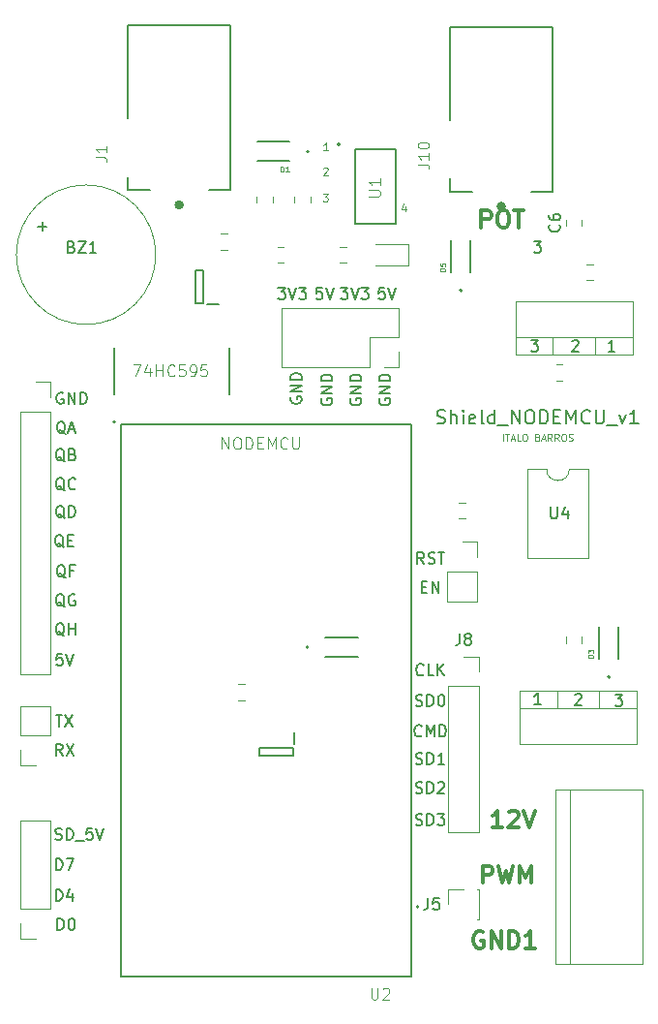
<source format=gbr>
%TF.GenerationSoftware,KiCad,Pcbnew,(5.1.6)-1*%
%TF.CreationDate,2020-07-29T01:03:22-03:00*%
%TF.ProjectId,placa_desenvolvimento,706c6163-615f-4646-9573-656e766f6c76,rev?*%
%TF.SameCoordinates,Original*%
%TF.FileFunction,Legend,Top*%
%TF.FilePolarity,Positive*%
%FSLAX46Y46*%
G04 Gerber Fmt 4.6, Leading zero omitted, Abs format (unit mm)*
G04 Created by KiCad (PCBNEW (5.1.6)-1) date 2020-07-29 01:03:22*
%MOMM*%
%LPD*%
G01*
G04 APERTURE LIST*
%ADD10C,0.100000*%
%ADD11C,0.200000*%
%ADD12C,0.150000*%
%ADD13C,0.300000*%
%ADD14C,0.120000*%
%ADD15C,0.400000*%
%ADD16C,0.127000*%
%ADD17C,0.203200*%
%ADD18C,0.015000*%
%ADD19C,0.050000*%
G04 APERTURE END LIST*
D10*
X55645428Y-54373428D02*
X55645428Y-53773428D01*
X55845428Y-53773428D02*
X56188285Y-53773428D01*
X56016857Y-54373428D02*
X56016857Y-53773428D01*
X56359714Y-54202000D02*
X56645428Y-54202000D01*
X56302571Y-54373428D02*
X56502571Y-53773428D01*
X56702571Y-54373428D01*
X57188285Y-54373428D02*
X56902571Y-54373428D01*
X56902571Y-53773428D01*
X57502571Y-53773428D02*
X57616857Y-53773428D01*
X57674000Y-53802000D01*
X57731142Y-53859142D01*
X57759714Y-53973428D01*
X57759714Y-54173428D01*
X57731142Y-54287714D01*
X57674000Y-54344857D01*
X57616857Y-54373428D01*
X57502571Y-54373428D01*
X57445428Y-54344857D01*
X57388285Y-54287714D01*
X57359714Y-54173428D01*
X57359714Y-53973428D01*
X57388285Y-53859142D01*
X57445428Y-53802000D01*
X57502571Y-53773428D01*
X58674000Y-54059142D02*
X58759714Y-54087714D01*
X58788285Y-54116285D01*
X58816857Y-54173428D01*
X58816857Y-54259142D01*
X58788285Y-54316285D01*
X58759714Y-54344857D01*
X58702571Y-54373428D01*
X58474000Y-54373428D01*
X58474000Y-53773428D01*
X58674000Y-53773428D01*
X58731142Y-53802000D01*
X58759714Y-53830571D01*
X58788285Y-53887714D01*
X58788285Y-53944857D01*
X58759714Y-54002000D01*
X58731142Y-54030571D01*
X58674000Y-54059142D01*
X58474000Y-54059142D01*
X59045428Y-54202000D02*
X59331142Y-54202000D01*
X58988285Y-54373428D02*
X59188285Y-53773428D01*
X59388285Y-54373428D01*
X59931142Y-54373428D02*
X59731142Y-54087714D01*
X59588285Y-54373428D02*
X59588285Y-53773428D01*
X59816857Y-53773428D01*
X59874000Y-53802000D01*
X59902571Y-53830571D01*
X59931142Y-53887714D01*
X59931142Y-53973428D01*
X59902571Y-54030571D01*
X59874000Y-54059142D01*
X59816857Y-54087714D01*
X59588285Y-54087714D01*
X60531142Y-54373428D02*
X60331142Y-54087714D01*
X60188285Y-54373428D02*
X60188285Y-53773428D01*
X60416857Y-53773428D01*
X60474000Y-53802000D01*
X60502571Y-53830571D01*
X60531142Y-53887714D01*
X60531142Y-53973428D01*
X60502571Y-54030571D01*
X60474000Y-54059142D01*
X60416857Y-54087714D01*
X60188285Y-54087714D01*
X60902571Y-53773428D02*
X61016857Y-53773428D01*
X61074000Y-53802000D01*
X61131142Y-53859142D01*
X61159714Y-53973428D01*
X61159714Y-54173428D01*
X61131142Y-54287714D01*
X61074000Y-54344857D01*
X61016857Y-54373428D01*
X60902571Y-54373428D01*
X60845428Y-54344857D01*
X60788285Y-54287714D01*
X60759714Y-54173428D01*
X60759714Y-53973428D01*
X60788285Y-53859142D01*
X60845428Y-53802000D01*
X60902571Y-53773428D01*
X61388285Y-54344857D02*
X61474000Y-54373428D01*
X61616857Y-54373428D01*
X61674000Y-54344857D01*
X61702571Y-54316285D01*
X61731142Y-54259142D01*
X61731142Y-54202000D01*
X61702571Y-54144857D01*
X61674000Y-54116285D01*
X61616857Y-54087714D01*
X61502571Y-54059142D01*
X61445428Y-54030571D01*
X61416857Y-54002000D01*
X61388285Y-53944857D01*
X61388285Y-53887714D01*
X61416857Y-53830571D01*
X61445428Y-53802000D01*
X61502571Y-53773428D01*
X61645428Y-53773428D01*
X61731142Y-53802000D01*
D11*
X49873999Y-52809714D02*
X50045428Y-52866857D01*
X50331142Y-52866857D01*
X50445428Y-52809714D01*
X50502571Y-52752571D01*
X50559714Y-52638285D01*
X50559714Y-52524000D01*
X50502571Y-52409714D01*
X50445428Y-52352571D01*
X50331142Y-52295428D01*
X50102571Y-52238285D01*
X49988285Y-52181142D01*
X49931142Y-52124000D01*
X49873999Y-52009714D01*
X49873999Y-51895428D01*
X49931142Y-51781142D01*
X49988285Y-51724000D01*
X50102571Y-51666857D01*
X50388285Y-51666857D01*
X50559714Y-51724000D01*
X51073999Y-52866857D02*
X51073999Y-51666857D01*
X51588285Y-52866857D02*
X51588285Y-52238285D01*
X51531142Y-52124000D01*
X51416857Y-52066857D01*
X51245428Y-52066857D01*
X51131142Y-52124000D01*
X51073999Y-52181142D01*
X52159714Y-52866857D02*
X52159714Y-52066857D01*
X52159714Y-51666857D02*
X52102571Y-51724000D01*
X52159714Y-51781142D01*
X52216857Y-51724000D01*
X52159714Y-51666857D01*
X52159714Y-51781142D01*
X53188285Y-52809714D02*
X53073999Y-52866857D01*
X52845428Y-52866857D01*
X52731142Y-52809714D01*
X52673999Y-52695428D01*
X52673999Y-52238285D01*
X52731142Y-52124000D01*
X52845428Y-52066857D01*
X53073999Y-52066857D01*
X53188285Y-52124000D01*
X53245428Y-52238285D01*
X53245428Y-52352571D01*
X52673999Y-52466857D01*
X53931142Y-52866857D02*
X53816857Y-52809714D01*
X53759714Y-52695428D01*
X53759714Y-51666857D01*
X54902571Y-52866857D02*
X54902571Y-51666857D01*
X54902571Y-52809714D02*
X54788285Y-52866857D01*
X54559714Y-52866857D01*
X54445428Y-52809714D01*
X54388285Y-52752571D01*
X54331142Y-52638285D01*
X54331142Y-52295428D01*
X54388285Y-52181142D01*
X54445428Y-52124000D01*
X54559714Y-52066857D01*
X54788285Y-52066857D01*
X54902571Y-52124000D01*
X55188285Y-52981142D02*
X56102571Y-52981142D01*
X56388285Y-52866857D02*
X56388285Y-51666857D01*
X57073999Y-52866857D01*
X57073999Y-51666857D01*
X57873999Y-51666857D02*
X58102571Y-51666857D01*
X58216857Y-51724000D01*
X58331142Y-51838285D01*
X58388285Y-52066857D01*
X58388285Y-52466857D01*
X58331142Y-52695428D01*
X58216857Y-52809714D01*
X58102571Y-52866857D01*
X57873999Y-52866857D01*
X57759714Y-52809714D01*
X57645428Y-52695428D01*
X57588285Y-52466857D01*
X57588285Y-52066857D01*
X57645428Y-51838285D01*
X57759714Y-51724000D01*
X57873999Y-51666857D01*
X58902571Y-52866857D02*
X58902571Y-51666857D01*
X59188285Y-51666857D01*
X59359714Y-51724000D01*
X59473999Y-51838285D01*
X59531142Y-51952571D01*
X59588285Y-52181142D01*
X59588285Y-52352571D01*
X59531142Y-52581142D01*
X59473999Y-52695428D01*
X59359714Y-52809714D01*
X59188285Y-52866857D01*
X58902571Y-52866857D01*
X60102571Y-52238285D02*
X60502571Y-52238285D01*
X60673999Y-52866857D02*
X60102571Y-52866857D01*
X60102571Y-51666857D01*
X60673999Y-51666857D01*
X61188285Y-52866857D02*
X61188285Y-51666857D01*
X61588285Y-52524000D01*
X61988285Y-51666857D01*
X61988285Y-52866857D01*
X63245428Y-52752571D02*
X63188285Y-52809714D01*
X63016857Y-52866857D01*
X62902571Y-52866857D01*
X62731142Y-52809714D01*
X62616857Y-52695428D01*
X62559714Y-52581142D01*
X62502571Y-52352571D01*
X62502571Y-52181142D01*
X62559714Y-51952571D01*
X62616857Y-51838285D01*
X62731142Y-51724000D01*
X62902571Y-51666857D01*
X63016857Y-51666857D01*
X63188285Y-51724000D01*
X63245428Y-51781142D01*
X63759714Y-51666857D02*
X63759714Y-52638285D01*
X63816857Y-52752571D01*
X63873999Y-52809714D01*
X63988285Y-52866857D01*
X64216857Y-52866857D01*
X64331142Y-52809714D01*
X64388285Y-52752571D01*
X64445428Y-52638285D01*
X64445428Y-51666857D01*
X64731142Y-52981142D02*
X65645428Y-52981142D01*
X65816857Y-52066857D02*
X66102571Y-52866857D01*
X66388285Y-52066857D01*
X67474000Y-52866857D02*
X66788285Y-52866857D01*
X67131142Y-52866857D02*
X67131142Y-51666857D01*
X67016857Y-51838285D01*
X66902571Y-51952571D01*
X66788285Y-52009714D01*
D12*
X58086666Y-45553380D02*
X58705714Y-45553380D01*
X58372380Y-45934333D01*
X58515238Y-45934333D01*
X58610476Y-45981952D01*
X58658095Y-46029571D01*
X58705714Y-46124809D01*
X58705714Y-46362904D01*
X58658095Y-46458142D01*
X58610476Y-46505761D01*
X58515238Y-46553380D01*
X58229523Y-46553380D01*
X58134285Y-46505761D01*
X58086666Y-46458142D01*
D13*
X53749000Y-35730571D02*
X53749000Y-34230571D01*
X54320428Y-34230571D01*
X54463285Y-34302000D01*
X54534714Y-34373428D01*
X54606142Y-34516285D01*
X54606142Y-34730571D01*
X54534714Y-34873428D01*
X54463285Y-34944857D01*
X54320428Y-35016285D01*
X53749000Y-35016285D01*
X55534714Y-34230571D02*
X55820428Y-34230571D01*
X55963285Y-34302000D01*
X56106142Y-34444857D01*
X56177571Y-34730571D01*
X56177571Y-35230571D01*
X56106142Y-35516285D01*
X55963285Y-35659142D01*
X55820428Y-35730571D01*
X55534714Y-35730571D01*
X55391857Y-35659142D01*
X55249000Y-35516285D01*
X55177571Y-35230571D01*
X55177571Y-34730571D01*
X55249000Y-34444857D01*
X55391857Y-34302000D01*
X55534714Y-34230571D01*
X56606142Y-34230571D02*
X57463285Y-34230571D01*
X57034714Y-35730571D02*
X57034714Y-34230571D01*
D12*
X17279952Y-58713619D02*
X17184714Y-58666000D01*
X17089476Y-58570761D01*
X16946619Y-58427904D01*
X16851380Y-58380285D01*
X16756142Y-58380285D01*
X16803761Y-58618380D02*
X16708523Y-58570761D01*
X16613285Y-58475523D01*
X16565666Y-58285047D01*
X16565666Y-57951714D01*
X16613285Y-57761238D01*
X16708523Y-57666000D01*
X16803761Y-57618380D01*
X16994238Y-57618380D01*
X17089476Y-57666000D01*
X17184714Y-57761238D01*
X17232333Y-57951714D01*
X17232333Y-58285047D01*
X17184714Y-58475523D01*
X17089476Y-58570761D01*
X16994238Y-58618380D01*
X16803761Y-58618380D01*
X18232333Y-58523142D02*
X18184714Y-58570761D01*
X18041857Y-58618380D01*
X17946619Y-58618380D01*
X17803761Y-58570761D01*
X17708523Y-58475523D01*
X17660904Y-58380285D01*
X17613285Y-58189809D01*
X17613285Y-58046952D01*
X17660904Y-57856476D01*
X17708523Y-57761238D01*
X17803761Y-57666000D01*
X17946619Y-57618380D01*
X18041857Y-57618380D01*
X18184714Y-57666000D01*
X18232333Y-57713619D01*
X58340666Y-36917380D02*
X58959714Y-36917380D01*
X58626380Y-37298333D01*
X58769238Y-37298333D01*
X58864476Y-37345952D01*
X58912095Y-37393571D01*
X58959714Y-37488809D01*
X58959714Y-37726904D01*
X58912095Y-37822142D01*
X58864476Y-37869761D01*
X58769238Y-37917380D01*
X58483523Y-37917380D01*
X58388285Y-37869761D01*
X58340666Y-37822142D01*
X61690285Y-45648619D02*
X61737904Y-45601000D01*
X61833142Y-45553380D01*
X62071238Y-45553380D01*
X62166476Y-45601000D01*
X62214095Y-45648619D01*
X62261714Y-45743857D01*
X62261714Y-45839095D01*
X62214095Y-45981952D01*
X61642666Y-46553380D01*
X62261714Y-46553380D01*
X65436714Y-46553380D02*
X64865285Y-46553380D01*
X65151000Y-46553380D02*
X65151000Y-45553380D01*
X65055761Y-45696238D01*
X64960523Y-45791476D01*
X64865285Y-45839095D01*
X58959714Y-77414380D02*
X58388285Y-77414380D01*
X58674000Y-77414380D02*
X58674000Y-76414380D01*
X58578761Y-76557238D01*
X58483523Y-76652476D01*
X58388285Y-76700095D01*
X65452666Y-76541380D02*
X66071714Y-76541380D01*
X65738380Y-76922333D01*
X65881238Y-76922333D01*
X65976476Y-76969952D01*
X66024095Y-77017571D01*
X66071714Y-77112809D01*
X66071714Y-77350904D01*
X66024095Y-77446142D01*
X65976476Y-77493761D01*
X65881238Y-77541380D01*
X65595523Y-77541380D01*
X65500285Y-77493761D01*
X65452666Y-77446142D01*
X17145095Y-50173000D02*
X17049857Y-50125380D01*
X16907000Y-50125380D01*
X16764142Y-50173000D01*
X16668904Y-50268238D01*
X16621285Y-50363476D01*
X16573666Y-50553952D01*
X16573666Y-50696809D01*
X16621285Y-50887285D01*
X16668904Y-50982523D01*
X16764142Y-51077761D01*
X16907000Y-51125380D01*
X17002238Y-51125380D01*
X17145095Y-51077761D01*
X17192714Y-51030142D01*
X17192714Y-50696809D01*
X17002238Y-50696809D01*
X17621285Y-51125380D02*
X17621285Y-50125380D01*
X18192714Y-51125380D01*
X18192714Y-50125380D01*
X18668904Y-51125380D02*
X18668904Y-50125380D01*
X18907000Y-50125380D01*
X19049857Y-50173000D01*
X19145095Y-50268238D01*
X19192714Y-50363476D01*
X19240333Y-50553952D01*
X19240333Y-50696809D01*
X19192714Y-50887285D01*
X19145095Y-50982523D01*
X19049857Y-51077761D01*
X18907000Y-51125380D01*
X18668904Y-51125380D01*
X41433904Y-40981380D02*
X42052952Y-40981380D01*
X41719619Y-41362333D01*
X41862476Y-41362333D01*
X41957714Y-41409952D01*
X42005333Y-41457571D01*
X42052952Y-41552809D01*
X42052952Y-41790904D01*
X42005333Y-41886142D01*
X41957714Y-41933761D01*
X41862476Y-41981380D01*
X41576761Y-41981380D01*
X41481523Y-41933761D01*
X41433904Y-41886142D01*
X42338666Y-40981380D02*
X42672000Y-41981380D01*
X43005333Y-40981380D01*
X43243428Y-40981380D02*
X43862476Y-40981380D01*
X43529142Y-41362333D01*
X43672000Y-41362333D01*
X43767238Y-41409952D01*
X43814857Y-41457571D01*
X43862476Y-41552809D01*
X43862476Y-41790904D01*
X43814857Y-41886142D01*
X43767238Y-41933761D01*
X43672000Y-41981380D01*
X43386285Y-41981380D01*
X43291047Y-41933761D01*
X43243428Y-41886142D01*
X45275523Y-40981380D02*
X44799333Y-40981380D01*
X44751714Y-41457571D01*
X44799333Y-41409952D01*
X44894571Y-41362333D01*
X45132666Y-41362333D01*
X45227904Y-41409952D01*
X45275523Y-41457571D01*
X45323142Y-41552809D01*
X45323142Y-41790904D01*
X45275523Y-41886142D01*
X45227904Y-41933761D01*
X45132666Y-41981380D01*
X44894571Y-41981380D01*
X44799333Y-41933761D01*
X44751714Y-41886142D01*
X45608857Y-40981380D02*
X45942190Y-41981380D01*
X46275523Y-40981380D01*
X39814523Y-40981380D02*
X39338333Y-40981380D01*
X39290714Y-41457571D01*
X39338333Y-41409952D01*
X39433571Y-41362333D01*
X39671666Y-41362333D01*
X39766904Y-41409952D01*
X39814523Y-41457571D01*
X39862142Y-41552809D01*
X39862142Y-41790904D01*
X39814523Y-41886142D01*
X39766904Y-41933761D01*
X39671666Y-41981380D01*
X39433571Y-41981380D01*
X39338333Y-41933761D01*
X39290714Y-41886142D01*
X40147857Y-40981380D02*
X40481190Y-41981380D01*
X40814523Y-40981380D01*
X35972904Y-40981380D02*
X36591952Y-40981380D01*
X36258619Y-41362333D01*
X36401476Y-41362333D01*
X36496714Y-41409952D01*
X36544333Y-41457571D01*
X36591952Y-41552809D01*
X36591952Y-41790904D01*
X36544333Y-41886142D01*
X36496714Y-41933761D01*
X36401476Y-41981380D01*
X36115761Y-41981380D01*
X36020523Y-41933761D01*
X35972904Y-41886142D01*
X36877666Y-40981380D02*
X37211000Y-41981380D01*
X37544333Y-40981380D01*
X37782428Y-40981380D02*
X38401476Y-40981380D01*
X38068142Y-41362333D01*
X38211000Y-41362333D01*
X38306238Y-41409952D01*
X38353857Y-41457571D01*
X38401476Y-41552809D01*
X38401476Y-41790904D01*
X38353857Y-41886142D01*
X38306238Y-41933761D01*
X38211000Y-41981380D01*
X37925285Y-41981380D01*
X37830047Y-41933761D01*
X37782428Y-41886142D01*
X44839000Y-50672904D02*
X44791380Y-50768142D01*
X44791380Y-50911000D01*
X44839000Y-51053857D01*
X44934238Y-51149095D01*
X45029476Y-51196714D01*
X45219952Y-51244333D01*
X45362809Y-51244333D01*
X45553285Y-51196714D01*
X45648523Y-51149095D01*
X45743761Y-51053857D01*
X45791380Y-50911000D01*
X45791380Y-50815761D01*
X45743761Y-50672904D01*
X45696142Y-50625285D01*
X45362809Y-50625285D01*
X45362809Y-50815761D01*
X45791380Y-50196714D02*
X44791380Y-50196714D01*
X45791380Y-49625285D01*
X44791380Y-49625285D01*
X45791380Y-49149095D02*
X44791380Y-49149095D01*
X44791380Y-48911000D01*
X44839000Y-48768142D01*
X44934238Y-48672904D01*
X45029476Y-48625285D01*
X45219952Y-48577666D01*
X45362809Y-48577666D01*
X45553285Y-48625285D01*
X45648523Y-48672904D01*
X45743761Y-48768142D01*
X45791380Y-48911000D01*
X45791380Y-49149095D01*
X42299000Y-50672904D02*
X42251380Y-50768142D01*
X42251380Y-50911000D01*
X42299000Y-51053857D01*
X42394238Y-51149095D01*
X42489476Y-51196714D01*
X42679952Y-51244333D01*
X42822809Y-51244333D01*
X43013285Y-51196714D01*
X43108523Y-51149095D01*
X43203761Y-51053857D01*
X43251380Y-50911000D01*
X43251380Y-50815761D01*
X43203761Y-50672904D01*
X43156142Y-50625285D01*
X42822809Y-50625285D01*
X42822809Y-50815761D01*
X43251380Y-50196714D02*
X42251380Y-50196714D01*
X43251380Y-49625285D01*
X42251380Y-49625285D01*
X43251380Y-49149095D02*
X42251380Y-49149095D01*
X42251380Y-48911000D01*
X42299000Y-48768142D01*
X42394238Y-48672904D01*
X42489476Y-48625285D01*
X42679952Y-48577666D01*
X42822809Y-48577666D01*
X43013285Y-48625285D01*
X43108523Y-48672904D01*
X43203761Y-48768142D01*
X43251380Y-48911000D01*
X43251380Y-49149095D01*
X39759000Y-50672904D02*
X39711380Y-50768142D01*
X39711380Y-50911000D01*
X39759000Y-51053857D01*
X39854238Y-51149095D01*
X39949476Y-51196714D01*
X40139952Y-51244333D01*
X40282809Y-51244333D01*
X40473285Y-51196714D01*
X40568523Y-51149095D01*
X40663761Y-51053857D01*
X40711380Y-50911000D01*
X40711380Y-50815761D01*
X40663761Y-50672904D01*
X40616142Y-50625285D01*
X40282809Y-50625285D01*
X40282809Y-50815761D01*
X40711380Y-50196714D02*
X39711380Y-50196714D01*
X40711380Y-49625285D01*
X39711380Y-49625285D01*
X40711380Y-49149095D02*
X39711380Y-49149095D01*
X39711380Y-48911000D01*
X39759000Y-48768142D01*
X39854238Y-48672904D01*
X39949476Y-48625285D01*
X40139952Y-48577666D01*
X40282809Y-48577666D01*
X40473285Y-48625285D01*
X40568523Y-48672904D01*
X40663761Y-48768142D01*
X40711380Y-48911000D01*
X40711380Y-49149095D01*
X37092000Y-50545904D02*
X37044380Y-50641142D01*
X37044380Y-50784000D01*
X37092000Y-50926857D01*
X37187238Y-51022095D01*
X37282476Y-51069714D01*
X37472952Y-51117333D01*
X37615809Y-51117333D01*
X37806285Y-51069714D01*
X37901523Y-51022095D01*
X37996761Y-50926857D01*
X38044380Y-50784000D01*
X38044380Y-50688761D01*
X37996761Y-50545904D01*
X37949142Y-50498285D01*
X37615809Y-50498285D01*
X37615809Y-50688761D01*
X38044380Y-50069714D02*
X37044380Y-50069714D01*
X38044380Y-49498285D01*
X37044380Y-49498285D01*
X38044380Y-49022095D02*
X37044380Y-49022095D01*
X37044380Y-48784000D01*
X37092000Y-48641142D01*
X37187238Y-48545904D01*
X37282476Y-48498285D01*
X37472952Y-48450666D01*
X37615809Y-48450666D01*
X37806285Y-48498285D01*
X37901523Y-48545904D01*
X37996761Y-48641142D01*
X38044380Y-48784000D01*
X38044380Y-49022095D01*
X17351380Y-53760619D02*
X17256142Y-53713000D01*
X17160904Y-53617761D01*
X17018047Y-53474904D01*
X16922809Y-53427285D01*
X16827571Y-53427285D01*
X16875190Y-53665380D02*
X16779952Y-53617761D01*
X16684714Y-53522523D01*
X16637095Y-53332047D01*
X16637095Y-52998714D01*
X16684714Y-52808238D01*
X16779952Y-52713000D01*
X16875190Y-52665380D01*
X17065666Y-52665380D01*
X17160904Y-52713000D01*
X17256142Y-52808238D01*
X17303761Y-52998714D01*
X17303761Y-53332047D01*
X17256142Y-53522523D01*
X17160904Y-53617761D01*
X17065666Y-53665380D01*
X16875190Y-53665380D01*
X17684714Y-53379666D02*
X18160904Y-53379666D01*
X17589476Y-53665380D02*
X17922809Y-52665380D01*
X18256142Y-53665380D01*
X17279952Y-56173619D02*
X17184714Y-56126000D01*
X17089476Y-56030761D01*
X16946619Y-55887904D01*
X16851380Y-55840285D01*
X16756142Y-55840285D01*
X16803761Y-56078380D02*
X16708523Y-56030761D01*
X16613285Y-55935523D01*
X16565666Y-55745047D01*
X16565666Y-55411714D01*
X16613285Y-55221238D01*
X16708523Y-55126000D01*
X16803761Y-55078380D01*
X16994238Y-55078380D01*
X17089476Y-55126000D01*
X17184714Y-55221238D01*
X17232333Y-55411714D01*
X17232333Y-55745047D01*
X17184714Y-55935523D01*
X17089476Y-56030761D01*
X16994238Y-56078380D01*
X16803761Y-56078380D01*
X17994238Y-55554571D02*
X18137095Y-55602190D01*
X18184714Y-55649809D01*
X18232333Y-55745047D01*
X18232333Y-55887904D01*
X18184714Y-55983142D01*
X18137095Y-56030761D01*
X18041857Y-56078380D01*
X17660904Y-56078380D01*
X17660904Y-55078380D01*
X17994238Y-55078380D01*
X18089476Y-55126000D01*
X18137095Y-55173619D01*
X18184714Y-55268857D01*
X18184714Y-55364095D01*
X18137095Y-55459333D01*
X18089476Y-55506952D01*
X17994238Y-55554571D01*
X17660904Y-55554571D01*
X17279952Y-61126619D02*
X17184714Y-61079000D01*
X17089476Y-60983761D01*
X16946619Y-60840904D01*
X16851380Y-60793285D01*
X16756142Y-60793285D01*
X16803761Y-61031380D02*
X16708523Y-60983761D01*
X16613285Y-60888523D01*
X16565666Y-60698047D01*
X16565666Y-60364714D01*
X16613285Y-60174238D01*
X16708523Y-60079000D01*
X16803761Y-60031380D01*
X16994238Y-60031380D01*
X17089476Y-60079000D01*
X17184714Y-60174238D01*
X17232333Y-60364714D01*
X17232333Y-60698047D01*
X17184714Y-60888523D01*
X17089476Y-60983761D01*
X16994238Y-61031380D01*
X16803761Y-61031380D01*
X17660904Y-61031380D02*
X17660904Y-60031380D01*
X17899000Y-60031380D01*
X18041857Y-60079000D01*
X18137095Y-60174238D01*
X18184714Y-60269476D01*
X18232333Y-60459952D01*
X18232333Y-60602809D01*
X18184714Y-60793285D01*
X18137095Y-60888523D01*
X18041857Y-60983761D01*
X17899000Y-61031380D01*
X17660904Y-61031380D01*
X17200571Y-63666619D02*
X17105333Y-63619000D01*
X17010095Y-63523761D01*
X16867238Y-63380904D01*
X16772000Y-63333285D01*
X16676761Y-63333285D01*
X16724380Y-63571380D02*
X16629142Y-63523761D01*
X16533904Y-63428523D01*
X16486285Y-63238047D01*
X16486285Y-62904714D01*
X16533904Y-62714238D01*
X16629142Y-62619000D01*
X16724380Y-62571380D01*
X16914857Y-62571380D01*
X17010095Y-62619000D01*
X17105333Y-62714238D01*
X17152952Y-62904714D01*
X17152952Y-63238047D01*
X17105333Y-63428523D01*
X17010095Y-63523761D01*
X16914857Y-63571380D01*
X16724380Y-63571380D01*
X17581523Y-63047571D02*
X17914857Y-63047571D01*
X18057714Y-63571380D02*
X17581523Y-63571380D01*
X17581523Y-62571380D01*
X18057714Y-62571380D01*
X17351380Y-66333619D02*
X17256142Y-66286000D01*
X17160904Y-66190761D01*
X17018047Y-66047904D01*
X16922809Y-66000285D01*
X16827571Y-66000285D01*
X16875190Y-66238380D02*
X16779952Y-66190761D01*
X16684714Y-66095523D01*
X16637095Y-65905047D01*
X16637095Y-65571714D01*
X16684714Y-65381238D01*
X16779952Y-65286000D01*
X16875190Y-65238380D01*
X17065666Y-65238380D01*
X17160904Y-65286000D01*
X17256142Y-65381238D01*
X17303761Y-65571714D01*
X17303761Y-65905047D01*
X17256142Y-66095523D01*
X17160904Y-66190761D01*
X17065666Y-66238380D01*
X16875190Y-66238380D01*
X18065666Y-65714571D02*
X17732333Y-65714571D01*
X17732333Y-66238380D02*
X17732333Y-65238380D01*
X18208523Y-65238380D01*
X17279952Y-68873619D02*
X17184714Y-68826000D01*
X17089476Y-68730761D01*
X16946619Y-68587904D01*
X16851380Y-68540285D01*
X16756142Y-68540285D01*
X16803761Y-68778380D02*
X16708523Y-68730761D01*
X16613285Y-68635523D01*
X16565666Y-68445047D01*
X16565666Y-68111714D01*
X16613285Y-67921238D01*
X16708523Y-67826000D01*
X16803761Y-67778380D01*
X16994238Y-67778380D01*
X17089476Y-67826000D01*
X17184714Y-67921238D01*
X17232333Y-68111714D01*
X17232333Y-68445047D01*
X17184714Y-68635523D01*
X17089476Y-68730761D01*
X16994238Y-68778380D01*
X16803761Y-68778380D01*
X18184714Y-67826000D02*
X18089476Y-67778380D01*
X17946619Y-67778380D01*
X17803761Y-67826000D01*
X17708523Y-67921238D01*
X17660904Y-68016476D01*
X17613285Y-68206952D01*
X17613285Y-68349809D01*
X17660904Y-68540285D01*
X17708523Y-68635523D01*
X17803761Y-68730761D01*
X17946619Y-68778380D01*
X18041857Y-68778380D01*
X18184714Y-68730761D01*
X18232333Y-68683142D01*
X18232333Y-68349809D01*
X18041857Y-68349809D01*
X17256142Y-71413619D02*
X17160904Y-71366000D01*
X17065666Y-71270761D01*
X16922809Y-71127904D01*
X16827571Y-71080285D01*
X16732333Y-71080285D01*
X16779952Y-71318380D02*
X16684714Y-71270761D01*
X16589476Y-71175523D01*
X16541857Y-70985047D01*
X16541857Y-70651714D01*
X16589476Y-70461238D01*
X16684714Y-70366000D01*
X16779952Y-70318380D01*
X16970428Y-70318380D01*
X17065666Y-70366000D01*
X17160904Y-70461238D01*
X17208523Y-70651714D01*
X17208523Y-70985047D01*
X17160904Y-71175523D01*
X17065666Y-71270761D01*
X16970428Y-71318380D01*
X16779952Y-71318380D01*
X17637095Y-71318380D02*
X17637095Y-70318380D01*
X17637095Y-70794571D02*
X18208523Y-70794571D01*
X18208523Y-71318380D02*
X18208523Y-70318380D01*
X17081523Y-72985380D02*
X16605333Y-72985380D01*
X16557714Y-73461571D01*
X16605333Y-73413952D01*
X16700571Y-73366333D01*
X16938666Y-73366333D01*
X17033904Y-73413952D01*
X17081523Y-73461571D01*
X17129142Y-73556809D01*
X17129142Y-73794904D01*
X17081523Y-73890142D01*
X17033904Y-73937761D01*
X16938666Y-73985380D01*
X16700571Y-73985380D01*
X16605333Y-73937761D01*
X16557714Y-73890142D01*
X17414857Y-72985380D02*
X17748190Y-73985380D01*
X18081523Y-72985380D01*
X16510095Y-78319380D02*
X17081523Y-78319380D01*
X16795809Y-79319380D02*
X16795809Y-78319380D01*
X17319619Y-78319380D02*
X17986285Y-79319380D01*
X17986285Y-78319380D02*
X17319619Y-79319380D01*
X17105333Y-81859380D02*
X16772000Y-81383190D01*
X16533904Y-81859380D02*
X16533904Y-80859380D01*
X16914857Y-80859380D01*
X17010095Y-80907000D01*
X17057714Y-80954619D01*
X17105333Y-81049857D01*
X17105333Y-81192714D01*
X17057714Y-81287952D01*
X17010095Y-81335571D01*
X16914857Y-81383190D01*
X16533904Y-81383190D01*
X17438666Y-80859380D02*
X18105333Y-81859380D01*
X18105333Y-80859380D02*
X17438666Y-81859380D01*
X16470571Y-89177761D02*
X16613428Y-89225380D01*
X16851523Y-89225380D01*
X16946761Y-89177761D01*
X16994380Y-89130142D01*
X17042000Y-89034904D01*
X17042000Y-88939666D01*
X16994380Y-88844428D01*
X16946761Y-88796809D01*
X16851523Y-88749190D01*
X16661047Y-88701571D01*
X16565809Y-88653952D01*
X16518190Y-88606333D01*
X16470571Y-88511095D01*
X16470571Y-88415857D01*
X16518190Y-88320619D01*
X16565809Y-88273000D01*
X16661047Y-88225380D01*
X16899142Y-88225380D01*
X17042000Y-88273000D01*
X17470571Y-89225380D02*
X17470571Y-88225380D01*
X17708666Y-88225380D01*
X17851523Y-88273000D01*
X17946761Y-88368238D01*
X17994380Y-88463476D01*
X18042000Y-88653952D01*
X18042000Y-88796809D01*
X17994380Y-88987285D01*
X17946761Y-89082523D01*
X17851523Y-89177761D01*
X17708666Y-89225380D01*
X17470571Y-89225380D01*
X18232476Y-89320619D02*
X18994380Y-89320619D01*
X19708666Y-88225380D02*
X19232476Y-88225380D01*
X19184857Y-88701571D01*
X19232476Y-88653952D01*
X19327714Y-88606333D01*
X19565809Y-88606333D01*
X19661047Y-88653952D01*
X19708666Y-88701571D01*
X19756285Y-88796809D01*
X19756285Y-89034904D01*
X19708666Y-89130142D01*
X19661047Y-89177761D01*
X19565809Y-89225380D01*
X19327714Y-89225380D01*
X19232476Y-89177761D01*
X19184857Y-89130142D01*
X20042000Y-88225380D02*
X20375333Y-89225380D01*
X20708666Y-88225380D01*
X16533904Y-91892380D02*
X16533904Y-90892380D01*
X16772000Y-90892380D01*
X16914857Y-90940000D01*
X17010095Y-91035238D01*
X17057714Y-91130476D01*
X17105333Y-91320952D01*
X17105333Y-91463809D01*
X17057714Y-91654285D01*
X17010095Y-91749523D01*
X16914857Y-91844761D01*
X16772000Y-91892380D01*
X16533904Y-91892380D01*
X17438666Y-90892380D02*
X18105333Y-90892380D01*
X17676761Y-91892380D01*
X16660904Y-97099380D02*
X16660904Y-96099380D01*
X16899000Y-96099380D01*
X17041857Y-96147000D01*
X17137095Y-96242238D01*
X17184714Y-96337476D01*
X17232333Y-96527952D01*
X17232333Y-96670809D01*
X17184714Y-96861285D01*
X17137095Y-96956523D01*
X17041857Y-97051761D01*
X16899000Y-97099380D01*
X16660904Y-97099380D01*
X17851380Y-96099380D02*
X17946619Y-96099380D01*
X18041857Y-96147000D01*
X18089476Y-96194619D01*
X18137095Y-96289857D01*
X18184714Y-96480333D01*
X18184714Y-96718428D01*
X18137095Y-96908904D01*
X18089476Y-97004142D01*
X18041857Y-97051761D01*
X17946619Y-97099380D01*
X17851380Y-97099380D01*
X17756142Y-97051761D01*
X17708523Y-97004142D01*
X17660904Y-96908904D01*
X17613285Y-96718428D01*
X17613285Y-96480333D01*
X17660904Y-96289857D01*
X17708523Y-96194619D01*
X17756142Y-96147000D01*
X17851380Y-96099380D01*
X16533904Y-94559380D02*
X16533904Y-93559380D01*
X16772000Y-93559380D01*
X16914857Y-93607000D01*
X17010095Y-93702238D01*
X17057714Y-93797476D01*
X17105333Y-93987952D01*
X17105333Y-94130809D01*
X17057714Y-94321285D01*
X17010095Y-94416523D01*
X16914857Y-94511761D01*
X16772000Y-94559380D01*
X16533904Y-94559380D01*
X17962476Y-93892714D02*
X17962476Y-94559380D01*
X17724380Y-93511761D02*
X17486285Y-94226047D01*
X18105333Y-94226047D01*
X48728380Y-65095380D02*
X48395047Y-64619190D01*
X48156952Y-65095380D02*
X48156952Y-64095380D01*
X48537904Y-64095380D01*
X48633142Y-64143000D01*
X48680761Y-64190619D01*
X48728380Y-64285857D01*
X48728380Y-64428714D01*
X48680761Y-64523952D01*
X48633142Y-64571571D01*
X48537904Y-64619190D01*
X48156952Y-64619190D01*
X49109333Y-65047761D02*
X49252190Y-65095380D01*
X49490285Y-65095380D01*
X49585523Y-65047761D01*
X49633142Y-65000142D01*
X49680761Y-64904904D01*
X49680761Y-64809666D01*
X49633142Y-64714428D01*
X49585523Y-64666809D01*
X49490285Y-64619190D01*
X49299809Y-64571571D01*
X49204571Y-64523952D01*
X49156952Y-64476333D01*
X49109333Y-64381095D01*
X49109333Y-64285857D01*
X49156952Y-64190619D01*
X49204571Y-64143000D01*
X49299809Y-64095380D01*
X49537904Y-64095380D01*
X49680761Y-64143000D01*
X49966476Y-64095380D02*
X50537904Y-64095380D01*
X50252190Y-65095380D02*
X50252190Y-64095380D01*
X48537904Y-67111571D02*
X48871238Y-67111571D01*
X49014095Y-67635380D02*
X48537904Y-67635380D01*
X48537904Y-66635380D01*
X49014095Y-66635380D01*
X49442666Y-67635380D02*
X49442666Y-66635380D01*
X50014095Y-67635380D01*
X50014095Y-66635380D01*
X61944285Y-76573619D02*
X61991904Y-76526000D01*
X62087142Y-76478380D01*
X62325238Y-76478380D01*
X62420476Y-76526000D01*
X62468095Y-76573619D01*
X62515714Y-76668857D01*
X62515714Y-76764095D01*
X62468095Y-76906952D01*
X61896666Y-77478380D01*
X62515714Y-77478380D01*
D13*
X53895857Y-97294000D02*
X53753000Y-97222571D01*
X53538714Y-97222571D01*
X53324428Y-97294000D01*
X53181571Y-97436857D01*
X53110142Y-97579714D01*
X53038714Y-97865428D01*
X53038714Y-98079714D01*
X53110142Y-98365428D01*
X53181571Y-98508285D01*
X53324428Y-98651142D01*
X53538714Y-98722571D01*
X53681571Y-98722571D01*
X53895857Y-98651142D01*
X53967285Y-98579714D01*
X53967285Y-98079714D01*
X53681571Y-98079714D01*
X54610142Y-98722571D02*
X54610142Y-97222571D01*
X55467285Y-98722571D01*
X55467285Y-97222571D01*
X56181571Y-98722571D02*
X56181571Y-97222571D01*
X56538714Y-97222571D01*
X56753000Y-97294000D01*
X56895857Y-97436857D01*
X56967285Y-97579714D01*
X57038714Y-97865428D01*
X57038714Y-98079714D01*
X56967285Y-98365428D01*
X56895857Y-98508285D01*
X56753000Y-98651142D01*
X56538714Y-98722571D01*
X56181571Y-98722571D01*
X58467285Y-98722571D02*
X57610142Y-98722571D01*
X58038714Y-98722571D02*
X58038714Y-97222571D01*
X57895857Y-97436857D01*
X57753000Y-97579714D01*
X57610142Y-97651142D01*
X53899857Y-93007571D02*
X53899857Y-91507571D01*
X54471285Y-91507571D01*
X54614142Y-91579000D01*
X54685571Y-91650428D01*
X54757000Y-91793285D01*
X54757000Y-92007571D01*
X54685571Y-92150428D01*
X54614142Y-92221857D01*
X54471285Y-92293285D01*
X53899857Y-92293285D01*
X55257000Y-91507571D02*
X55614142Y-93007571D01*
X55899857Y-91936142D01*
X56185571Y-93007571D01*
X56542714Y-91507571D01*
X57114142Y-93007571D02*
X57114142Y-91507571D01*
X57614142Y-92579000D01*
X58114142Y-91507571D01*
X58114142Y-93007571D01*
X55586428Y-88181571D02*
X54729285Y-88181571D01*
X55157857Y-88181571D02*
X55157857Y-86681571D01*
X55015000Y-86895857D01*
X54872142Y-87038714D01*
X54729285Y-87110142D01*
X56157857Y-86824428D02*
X56229285Y-86753000D01*
X56372142Y-86681571D01*
X56729285Y-86681571D01*
X56872142Y-86753000D01*
X56943571Y-86824428D01*
X57015000Y-86967285D01*
X57015000Y-87110142D01*
X56943571Y-87324428D01*
X56086428Y-88181571D01*
X57015000Y-88181571D01*
X57443571Y-86681571D02*
X57943571Y-88181571D01*
X58443571Y-86681571D01*
D12*
X48680761Y-74779142D02*
X48633142Y-74826761D01*
X48490285Y-74874380D01*
X48395047Y-74874380D01*
X48252190Y-74826761D01*
X48156952Y-74731523D01*
X48109333Y-74636285D01*
X48061714Y-74445809D01*
X48061714Y-74302952D01*
X48109333Y-74112476D01*
X48156952Y-74017238D01*
X48252190Y-73922000D01*
X48395047Y-73874380D01*
X48490285Y-73874380D01*
X48633142Y-73922000D01*
X48680761Y-73969619D01*
X49585523Y-74874380D02*
X49109333Y-74874380D01*
X49109333Y-73874380D01*
X49918857Y-74874380D02*
X49918857Y-73874380D01*
X50490285Y-74874380D02*
X50061714Y-74302952D01*
X50490285Y-73874380D02*
X49918857Y-74445809D01*
X48014095Y-77493761D02*
X48156952Y-77541380D01*
X48395047Y-77541380D01*
X48490285Y-77493761D01*
X48537904Y-77446142D01*
X48585523Y-77350904D01*
X48585523Y-77255666D01*
X48537904Y-77160428D01*
X48490285Y-77112809D01*
X48395047Y-77065190D01*
X48204571Y-77017571D01*
X48109333Y-76969952D01*
X48061714Y-76922333D01*
X48014095Y-76827095D01*
X48014095Y-76731857D01*
X48061714Y-76636619D01*
X48109333Y-76589000D01*
X48204571Y-76541380D01*
X48442666Y-76541380D01*
X48585523Y-76589000D01*
X49014095Y-77541380D02*
X49014095Y-76541380D01*
X49252190Y-76541380D01*
X49395047Y-76589000D01*
X49490285Y-76684238D01*
X49537904Y-76779476D01*
X49585523Y-76969952D01*
X49585523Y-77112809D01*
X49537904Y-77303285D01*
X49490285Y-77398523D01*
X49395047Y-77493761D01*
X49252190Y-77541380D01*
X49014095Y-77541380D01*
X50204571Y-76541380D02*
X50299809Y-76541380D01*
X50395047Y-76589000D01*
X50442666Y-76636619D01*
X50490285Y-76731857D01*
X50537904Y-76922333D01*
X50537904Y-77160428D01*
X50490285Y-77350904D01*
X50442666Y-77446142D01*
X50395047Y-77493761D01*
X50299809Y-77541380D01*
X50204571Y-77541380D01*
X50109333Y-77493761D01*
X50061714Y-77446142D01*
X50014095Y-77350904D01*
X49966476Y-77160428D01*
X49966476Y-76922333D01*
X50014095Y-76731857D01*
X50061714Y-76636619D01*
X50109333Y-76589000D01*
X50204571Y-76541380D01*
X48514095Y-80113142D02*
X48466476Y-80160761D01*
X48323619Y-80208380D01*
X48228380Y-80208380D01*
X48085523Y-80160761D01*
X47990285Y-80065523D01*
X47942666Y-79970285D01*
X47895047Y-79779809D01*
X47895047Y-79636952D01*
X47942666Y-79446476D01*
X47990285Y-79351238D01*
X48085523Y-79256000D01*
X48228380Y-79208380D01*
X48323619Y-79208380D01*
X48466476Y-79256000D01*
X48514095Y-79303619D01*
X48942666Y-80208380D02*
X48942666Y-79208380D01*
X49276000Y-79922666D01*
X49609333Y-79208380D01*
X49609333Y-80208380D01*
X50085523Y-80208380D02*
X50085523Y-79208380D01*
X50323619Y-79208380D01*
X50466476Y-79256000D01*
X50561714Y-79351238D01*
X50609333Y-79446476D01*
X50656952Y-79636952D01*
X50656952Y-79779809D01*
X50609333Y-79970285D01*
X50561714Y-80065523D01*
X50466476Y-80160761D01*
X50323619Y-80208380D01*
X50085523Y-80208380D01*
X48014095Y-82573761D02*
X48156952Y-82621380D01*
X48395047Y-82621380D01*
X48490285Y-82573761D01*
X48537904Y-82526142D01*
X48585523Y-82430904D01*
X48585523Y-82335666D01*
X48537904Y-82240428D01*
X48490285Y-82192809D01*
X48395047Y-82145190D01*
X48204571Y-82097571D01*
X48109333Y-82049952D01*
X48061714Y-82002333D01*
X48014095Y-81907095D01*
X48014095Y-81811857D01*
X48061714Y-81716619D01*
X48109333Y-81669000D01*
X48204571Y-81621380D01*
X48442666Y-81621380D01*
X48585523Y-81669000D01*
X49014095Y-82621380D02*
X49014095Y-81621380D01*
X49252190Y-81621380D01*
X49395047Y-81669000D01*
X49490285Y-81764238D01*
X49537904Y-81859476D01*
X49585523Y-82049952D01*
X49585523Y-82192809D01*
X49537904Y-82383285D01*
X49490285Y-82478523D01*
X49395047Y-82573761D01*
X49252190Y-82621380D01*
X49014095Y-82621380D01*
X50537904Y-82621380D02*
X49966476Y-82621380D01*
X50252190Y-82621380D02*
X50252190Y-81621380D01*
X50156952Y-81764238D01*
X50061714Y-81859476D01*
X49966476Y-81907095D01*
X48014095Y-85113761D02*
X48156952Y-85161380D01*
X48395047Y-85161380D01*
X48490285Y-85113761D01*
X48537904Y-85066142D01*
X48585523Y-84970904D01*
X48585523Y-84875666D01*
X48537904Y-84780428D01*
X48490285Y-84732809D01*
X48395047Y-84685190D01*
X48204571Y-84637571D01*
X48109333Y-84589952D01*
X48061714Y-84542333D01*
X48014095Y-84447095D01*
X48014095Y-84351857D01*
X48061714Y-84256619D01*
X48109333Y-84209000D01*
X48204571Y-84161380D01*
X48442666Y-84161380D01*
X48585523Y-84209000D01*
X49014095Y-85161380D02*
X49014095Y-84161380D01*
X49252190Y-84161380D01*
X49395047Y-84209000D01*
X49490285Y-84304238D01*
X49537904Y-84399476D01*
X49585523Y-84589952D01*
X49585523Y-84732809D01*
X49537904Y-84923285D01*
X49490285Y-85018523D01*
X49395047Y-85113761D01*
X49252190Y-85161380D01*
X49014095Y-85161380D01*
X49966476Y-84256619D02*
X50014095Y-84209000D01*
X50109333Y-84161380D01*
X50347428Y-84161380D01*
X50442666Y-84209000D01*
X50490285Y-84256619D01*
X50537904Y-84351857D01*
X50537904Y-84447095D01*
X50490285Y-84589952D01*
X49918857Y-85161380D01*
X50537904Y-85161380D01*
X48014095Y-87907761D02*
X48156952Y-87955380D01*
X48395047Y-87955380D01*
X48490285Y-87907761D01*
X48537904Y-87860142D01*
X48585523Y-87764904D01*
X48585523Y-87669666D01*
X48537904Y-87574428D01*
X48490285Y-87526809D01*
X48395047Y-87479190D01*
X48204571Y-87431571D01*
X48109333Y-87383952D01*
X48061714Y-87336333D01*
X48014095Y-87241095D01*
X48014095Y-87145857D01*
X48061714Y-87050619D01*
X48109333Y-87003000D01*
X48204571Y-86955380D01*
X48442666Y-86955380D01*
X48585523Y-87003000D01*
X49014095Y-87955380D02*
X49014095Y-86955380D01*
X49252190Y-86955380D01*
X49395047Y-87003000D01*
X49490285Y-87098238D01*
X49537904Y-87193476D01*
X49585523Y-87383952D01*
X49585523Y-87526809D01*
X49537904Y-87717285D01*
X49490285Y-87812523D01*
X49395047Y-87907761D01*
X49252190Y-87955380D01*
X49014095Y-87955380D01*
X49918857Y-86955380D02*
X50537904Y-86955380D01*
X50204571Y-87336333D01*
X50347428Y-87336333D01*
X50442666Y-87383952D01*
X50490285Y-87431571D01*
X50537904Y-87526809D01*
X50537904Y-87764904D01*
X50490285Y-87860142D01*
X50442666Y-87907761D01*
X50347428Y-87955380D01*
X50061714Y-87955380D01*
X49966476Y-87907761D01*
X49918857Y-87860142D01*
D14*
%TO.C,J7*%
X60198000Y-84836000D02*
X60198000Y-100076000D01*
X67818000Y-84836000D02*
X67818000Y-100076000D01*
X61468000Y-84836000D02*
X61468000Y-100076000D01*
X60198000Y-100076000D02*
X67818000Y-100076000D01*
X60198000Y-84836000D02*
X67818000Y-84836000D01*
%TO.C,D2*%
X47326000Y-37140000D02*
X44466000Y-37140000D01*
X47326000Y-39060000D02*
X47326000Y-37140000D01*
X44466000Y-39060000D02*
X47326000Y-39060000D01*
%TO.C,BZ1*%
X25267000Y-38100000D02*
G75*
G03*
X25267000Y-38100000I-6100000J0D01*
G01*
%TO.C,C1*%
X35508000Y-33012748D02*
X35508000Y-33535252D01*
X34088000Y-33012748D02*
X34088000Y-33535252D01*
%TO.C,C2*%
X37390000Y-33012748D02*
X37390000Y-33535252D01*
X38810000Y-33012748D02*
X38810000Y-33535252D01*
%TO.C,C3*%
X36456252Y-37390000D02*
X35933748Y-37390000D01*
X36456252Y-38810000D02*
X35933748Y-38810000D01*
D15*
%TO.C,J1*%
X27505000Y-33750000D02*
G75*
G03*
X27505000Y-33750000I-200000J0D01*
G01*
D16*
X24755000Y-32450000D02*
X22805000Y-32450000D01*
X22805000Y-26200000D02*
X22805000Y-18050000D01*
X31805000Y-32450000D02*
X29955000Y-32450000D01*
X22805000Y-32450000D02*
X22805000Y-31300000D01*
X31805000Y-18050000D02*
X31805000Y-32450000D01*
X22805000Y-18050000D02*
X31805000Y-18050000D01*
D14*
%TO.C,J2*%
X14732000Y-49216000D02*
X16062000Y-49216000D01*
X16062000Y-49216000D02*
X16062000Y-50546000D01*
X16062000Y-51816000D02*
X16062000Y-74736000D01*
X13402000Y-74736000D02*
X16062000Y-74736000D01*
X13402000Y-51816000D02*
X13402000Y-74736000D01*
X13402000Y-51816000D02*
X16062000Y-51816000D01*
%TO.C,J4*%
X52070000Y-63186000D02*
X53400000Y-63186000D01*
X53400000Y-63186000D02*
X53400000Y-64516000D01*
X53400000Y-65786000D02*
X53400000Y-68386000D01*
X50740000Y-68386000D02*
X53400000Y-68386000D01*
X50740000Y-65786000D02*
X50740000Y-68386000D01*
X50740000Y-65786000D02*
X53400000Y-65786000D01*
%TO.C,J5*%
X50867000Y-94869000D02*
X50867000Y-93539000D01*
X50867000Y-93539000D02*
X52197000Y-93539000D01*
X53407000Y-93539000D02*
X53527000Y-93539000D01*
X53407000Y-96199000D02*
X53527000Y-96199000D01*
X53527000Y-96199000D02*
X53527000Y-93539000D01*
%TO.C,J6*%
X16062000Y-80137000D02*
X13402000Y-80137000D01*
X16062000Y-80137000D02*
X16062000Y-77537000D01*
X16062000Y-77537000D02*
X13402000Y-77537000D01*
X13402000Y-80137000D02*
X13402000Y-77537000D01*
X13402000Y-82737000D02*
X13402000Y-81407000D01*
X14732000Y-82737000D02*
X13402000Y-82737000D01*
%TO.C,J8*%
X52197000Y-73219000D02*
X53527000Y-73219000D01*
X53527000Y-73219000D02*
X53527000Y-74549000D01*
X53527000Y-75819000D02*
X53527000Y-88579000D01*
X50867000Y-88579000D02*
X53527000Y-88579000D01*
X50867000Y-75819000D02*
X50867000Y-88579000D01*
X50867000Y-75819000D02*
X53527000Y-75819000D01*
%TO.C,J9*%
X46542000Y-46609000D02*
X46542000Y-47939000D01*
X46542000Y-47939000D02*
X45212000Y-47939000D01*
X46542000Y-45339000D02*
X43942000Y-45339000D01*
X43942000Y-45339000D02*
X43942000Y-47939000D01*
X43942000Y-47939000D02*
X36262000Y-47939000D01*
X36262000Y-42739000D02*
X36262000Y-47939000D01*
X46542000Y-42739000D02*
X36262000Y-42739000D01*
X46542000Y-42739000D02*
X46542000Y-45339000D01*
D11*
%TO.C,Q1*%
X29433000Y-42354000D02*
X28733000Y-42354000D01*
X28733000Y-42354000D02*
X28733000Y-39434000D01*
X28733000Y-39434000D02*
X29433000Y-39434000D01*
X29433000Y-39434000D02*
X29433000Y-42354000D01*
X30783000Y-42444000D02*
X29783000Y-42444000D01*
%TO.C,Q5*%
X37364000Y-79834000D02*
X37364000Y-80834000D01*
X34354000Y-81184000D02*
X37274000Y-81184000D01*
X34354000Y-81884000D02*
X34354000Y-81184000D01*
X37274000Y-81884000D02*
X34354000Y-81884000D01*
X37274000Y-81184000D02*
X37274000Y-81884000D01*
D14*
%TO.C,R1*%
X41917252Y-38810000D02*
X41394748Y-38810000D01*
X41917252Y-37390000D02*
X41394748Y-37390000D01*
%TO.C,R2*%
X30980748Y-36247000D02*
X31503252Y-36247000D01*
X30980748Y-37667000D02*
X31503252Y-37667000D01*
%TO.C,R8*%
X33027252Y-75617000D02*
X32504748Y-75617000D01*
X33027252Y-77037000D02*
X32504748Y-77037000D01*
D16*
%TO.C,U1*%
X41402000Y-28448000D02*
G75*
G03*
X41402000Y-28448000I-127000J0D01*
G01*
D17*
X46228000Y-28854400D02*
X46228000Y-35407600D01*
X42672000Y-28854400D02*
X46228000Y-28854400D01*
X42672000Y-35407600D02*
X42672000Y-28854400D01*
X46228000Y-35407600D02*
X42672000Y-35407600D01*
D11*
%TO.C,U2*%
X48275000Y-95089000D02*
G75*
G03*
X48275000Y-95089000I-100000J0D01*
G01*
D16*
X22225000Y-101219000D02*
X22225000Y-52959000D01*
X47625000Y-101219000D02*
X22225000Y-101219000D01*
X47625000Y-52959000D02*
X22225000Y-52959000D01*
X47625000Y-52959000D02*
X47625000Y-101219000D01*
%TO.C,U601*%
X31735000Y-50260000D02*
X31735000Y-46260000D01*
X21605000Y-50260000D02*
X21605000Y-46260000D01*
D11*
X21725000Y-52705000D02*
G75*
G03*
X21725000Y-52705000I-100000J0D01*
G01*
D14*
%TO.C,C4*%
X63507252Y-38914000D02*
X62984748Y-38914000D01*
X63507252Y-40334000D02*
X62984748Y-40334000D01*
%TO.C,C5*%
X60317748Y-47677000D02*
X60840252Y-47677000D01*
X60317748Y-49097000D02*
X60840252Y-49097000D01*
%TO.C,U3*%
X59998000Y-46831000D02*
X59998000Y-45321000D01*
X63699000Y-46831000D02*
X63699000Y-45321000D01*
X66969000Y-45321000D02*
X56729000Y-45321000D01*
X56729000Y-46831000D02*
X56729000Y-42190000D01*
X66969000Y-46831000D02*
X66969000Y-42190000D01*
X66969000Y-42190000D02*
X56729000Y-42190000D01*
X66969000Y-46831000D02*
X56729000Y-46831000D01*
%TO.C,J3*%
X14732000Y-97850000D02*
X13402000Y-97850000D01*
X13402000Y-97850000D02*
X13402000Y-96520000D01*
X13402000Y-95250000D02*
X13402000Y-87570000D01*
X16062000Y-87570000D02*
X13402000Y-87570000D01*
X16062000Y-95250000D02*
X16062000Y-87570000D01*
X16062000Y-95250000D02*
X13402000Y-95250000D01*
%TO.C,R3*%
X52331252Y-61162000D02*
X51808748Y-61162000D01*
X52331252Y-59742000D02*
X51808748Y-59742000D01*
%TO.C,R4*%
X61139000Y-71493748D02*
X61139000Y-72016252D01*
X62559000Y-71493748D02*
X62559000Y-72016252D01*
%TO.C,U4*%
X63102000Y-56836000D02*
X61452000Y-56836000D01*
X63102000Y-64576000D02*
X63102000Y-56836000D01*
X57802000Y-64576000D02*
X63102000Y-64576000D01*
X57802000Y-56836000D02*
X57802000Y-64576000D01*
X59452000Y-56836000D02*
X57802000Y-56836000D01*
X61452000Y-56836000D02*
G75*
G02*
X59452000Y-56836000I-1000000J0D01*
G01*
%TO.C,Q2*%
X64081000Y-76232000D02*
X64081000Y-77742000D01*
X60380000Y-76232000D02*
X60380000Y-77742000D01*
X57110000Y-77742000D02*
X67350000Y-77742000D01*
X67350000Y-76232000D02*
X67350000Y-80873000D01*
X57110000Y-76232000D02*
X57110000Y-80873000D01*
X57110000Y-80873000D02*
X67350000Y-80873000D01*
X57110000Y-76232000D02*
X67350000Y-76232000D01*
D11*
%TO.C,D1*%
X38660000Y-29083000D02*
G75*
G03*
X38660000Y-29083000I-100000J0D01*
G01*
D16*
X36985000Y-29933000D02*
X34135000Y-29933000D01*
X34135000Y-28233000D02*
X36985000Y-28233000D01*
%TO.C,D3*%
X65747000Y-70584000D02*
X65747000Y-73434000D01*
X64047000Y-73434000D02*
X64047000Y-70584000D01*
D11*
X64997000Y-75009000D02*
G75*
G03*
X64997000Y-75009000I-100000J0D01*
G01*
%TO.C,D4*%
X38629000Y-72390000D02*
G75*
G03*
X38629000Y-72390000I-100000J0D01*
G01*
D16*
X40104000Y-71540000D02*
X42954000Y-71540000D01*
X42954000Y-73240000D02*
X40104000Y-73240000D01*
D14*
%TO.C,C6*%
X62559000Y-35567252D02*
X62559000Y-35044748D01*
X61139000Y-35567252D02*
X61139000Y-35044748D01*
D11*
%TO.C,D5*%
X52043000Y-41227000D02*
G75*
G03*
X52043000Y-41227000I-100000J0D01*
G01*
D16*
X51093000Y-39652000D02*
X51093000Y-36802000D01*
X52793000Y-36802000D02*
X52793000Y-39652000D01*
D15*
%TO.C,J10*%
X55699000Y-33877000D02*
G75*
G03*
X55699000Y-33877000I-200000J0D01*
G01*
D16*
X52949000Y-32577000D02*
X50999000Y-32577000D01*
X50999000Y-26327000D02*
X50999000Y-18177000D01*
X59999000Y-32577000D02*
X58149000Y-32577000D01*
X50999000Y-32577000D02*
X50999000Y-31427000D01*
X59999000Y-18177000D02*
X59999000Y-32577000D01*
X50999000Y-18177000D02*
X59999000Y-18177000D01*
%TO.C,BZ1*%
D12*
X17915047Y-37393571D02*
X18057904Y-37441190D01*
X18105523Y-37488809D01*
X18153142Y-37584047D01*
X18153142Y-37726904D01*
X18105523Y-37822142D01*
X18057904Y-37869761D01*
X17962666Y-37917380D01*
X17581714Y-37917380D01*
X17581714Y-36917380D01*
X17915047Y-36917380D01*
X18010285Y-36965000D01*
X18057904Y-37012619D01*
X18105523Y-37107857D01*
X18105523Y-37203095D01*
X18057904Y-37298333D01*
X18010285Y-37345952D01*
X17915047Y-37393571D01*
X17581714Y-37393571D01*
X18486476Y-36917380D02*
X19153142Y-36917380D01*
X18486476Y-37917380D01*
X19153142Y-37917380D01*
X20057904Y-37917380D02*
X19486476Y-37917380D01*
X19772190Y-37917380D02*
X19772190Y-36917380D01*
X19676952Y-37060238D01*
X19581714Y-37155476D01*
X19486476Y-37203095D01*
X14976047Y-35631428D02*
X15737952Y-35631428D01*
X15357000Y-36012380D02*
X15357000Y-35250476D01*
%TO.C,J1*%
D18*
X19986313Y-29596557D02*
X20701189Y-29596557D01*
X20844164Y-29644215D01*
X20939481Y-29739532D01*
X20987140Y-29882507D01*
X20987140Y-29977824D01*
X20987140Y-28595730D02*
X20987140Y-29167631D01*
X20987140Y-28881680D02*
X19986313Y-28881680D01*
X20129288Y-28976997D01*
X20224605Y-29072314D01*
X20272263Y-29167631D01*
%TO.C,J5*%
D12*
X49093666Y-94321380D02*
X49093666Y-95035666D01*
X49046047Y-95178523D01*
X48950809Y-95273761D01*
X48807952Y-95321380D01*
X48712714Y-95321380D01*
X50046047Y-94321380D02*
X49569857Y-94321380D01*
X49522238Y-94797571D01*
X49569857Y-94749952D01*
X49665095Y-94702333D01*
X49903190Y-94702333D01*
X49998428Y-94749952D01*
X50046047Y-94797571D01*
X50093666Y-94892809D01*
X50093666Y-95130904D01*
X50046047Y-95226142D01*
X49998428Y-95273761D01*
X49903190Y-95321380D01*
X49665095Y-95321380D01*
X49569857Y-95273761D01*
X49522238Y-95226142D01*
%TO.C,J8*%
X51863666Y-71231380D02*
X51863666Y-71945666D01*
X51816047Y-72088523D01*
X51720809Y-72183761D01*
X51577952Y-72231380D01*
X51482714Y-72231380D01*
X52482714Y-71659952D02*
X52387476Y-71612333D01*
X52339857Y-71564714D01*
X52292238Y-71469476D01*
X52292238Y-71421857D01*
X52339857Y-71326619D01*
X52387476Y-71279000D01*
X52482714Y-71231380D01*
X52673190Y-71231380D01*
X52768428Y-71279000D01*
X52816047Y-71326619D01*
X52863666Y-71421857D01*
X52863666Y-71469476D01*
X52816047Y-71564714D01*
X52768428Y-71612333D01*
X52673190Y-71659952D01*
X52482714Y-71659952D01*
X52387476Y-71707571D01*
X52339857Y-71755190D01*
X52292238Y-71850428D01*
X52292238Y-72040904D01*
X52339857Y-72136142D01*
X52387476Y-72183761D01*
X52482714Y-72231380D01*
X52673190Y-72231380D01*
X52768428Y-72183761D01*
X52816047Y-72136142D01*
X52863666Y-72040904D01*
X52863666Y-71850428D01*
X52816047Y-71755190D01*
X52768428Y-71707571D01*
X52673190Y-71659952D01*
%TO.C,U1*%
D10*
X43902199Y-33020156D02*
X44711991Y-33020156D01*
X44807261Y-32972522D01*
X44854895Y-32924887D01*
X44902530Y-32829617D01*
X44902530Y-32639078D01*
X44854895Y-32543808D01*
X44807261Y-32496174D01*
X44711991Y-32448539D01*
X43902199Y-32448539D01*
X44902530Y-31448208D02*
X44902530Y-32019825D01*
X44902530Y-31734017D02*
X43902199Y-31734017D01*
X44045104Y-31829286D01*
X44140373Y-31924556D01*
X44188008Y-32019825D01*
D18*
X39932374Y-30548293D02*
X39962900Y-30517767D01*
X40023952Y-30487241D01*
X40176582Y-30487241D01*
X40237634Y-30517767D01*
X40268160Y-30548293D01*
X40298686Y-30609345D01*
X40298686Y-30670397D01*
X40268160Y-30761975D01*
X39901848Y-31128287D01*
X40298686Y-31128287D01*
X40308249Y-28962876D02*
X39941950Y-28962876D01*
X40125100Y-28962876D02*
X40125100Y-28321854D01*
X40064050Y-28413428D01*
X40003000Y-28474478D01*
X39941950Y-28505003D01*
X47113047Y-33899618D02*
X47113047Y-34326468D01*
X46960600Y-33655703D02*
X46808154Y-34113043D01*
X47204515Y-34113043D01*
X39918488Y-32801349D02*
X40314694Y-32801349D01*
X40101352Y-33045169D01*
X40192784Y-33045169D01*
X40253739Y-33075646D01*
X40284217Y-33106123D01*
X40314694Y-33167078D01*
X40314694Y-33319465D01*
X40284217Y-33380420D01*
X40253739Y-33410898D01*
X40192784Y-33441375D01*
X40009920Y-33441375D01*
X39948965Y-33410898D01*
X39918488Y-33380420D01*
%TO.C,U2*%
D19*
X44123095Y-102176380D02*
X44123095Y-102985904D01*
X44170714Y-103081142D01*
X44218333Y-103128761D01*
X44313571Y-103176380D01*
X44504047Y-103176380D01*
X44599285Y-103128761D01*
X44646904Y-103081142D01*
X44694523Y-102985904D01*
X44694523Y-102176380D01*
X45123095Y-102271619D02*
X45170714Y-102224000D01*
X45265952Y-102176380D01*
X45504047Y-102176380D01*
X45599285Y-102224000D01*
X45646904Y-102271619D01*
X45694523Y-102366857D01*
X45694523Y-102462095D01*
X45646904Y-102604952D01*
X45075476Y-103176380D01*
X45694523Y-103176380D01*
X31059857Y-55062380D02*
X31059857Y-54062380D01*
X31631285Y-55062380D01*
X31631285Y-54062380D01*
X32297952Y-54062380D02*
X32488428Y-54062380D01*
X32583666Y-54110000D01*
X32678904Y-54205238D01*
X32726523Y-54395714D01*
X32726523Y-54729047D01*
X32678904Y-54919523D01*
X32583666Y-55014761D01*
X32488428Y-55062380D01*
X32297952Y-55062380D01*
X32202714Y-55014761D01*
X32107476Y-54919523D01*
X32059857Y-54729047D01*
X32059857Y-54395714D01*
X32107476Y-54205238D01*
X32202714Y-54110000D01*
X32297952Y-54062380D01*
X33155095Y-55062380D02*
X33155095Y-54062380D01*
X33393190Y-54062380D01*
X33536047Y-54110000D01*
X33631285Y-54205238D01*
X33678904Y-54300476D01*
X33726523Y-54490952D01*
X33726523Y-54633809D01*
X33678904Y-54824285D01*
X33631285Y-54919523D01*
X33536047Y-55014761D01*
X33393190Y-55062380D01*
X33155095Y-55062380D01*
X34155095Y-54538571D02*
X34488428Y-54538571D01*
X34631285Y-55062380D02*
X34155095Y-55062380D01*
X34155095Y-54062380D01*
X34631285Y-54062380D01*
X35059857Y-55062380D02*
X35059857Y-54062380D01*
X35393190Y-54776666D01*
X35726523Y-54062380D01*
X35726523Y-55062380D01*
X36774142Y-54967142D02*
X36726523Y-55014761D01*
X36583666Y-55062380D01*
X36488428Y-55062380D01*
X36345571Y-55014761D01*
X36250333Y-54919523D01*
X36202714Y-54824285D01*
X36155095Y-54633809D01*
X36155095Y-54490952D01*
X36202714Y-54300476D01*
X36250333Y-54205238D01*
X36345571Y-54110000D01*
X36488428Y-54062380D01*
X36583666Y-54062380D01*
X36726523Y-54110000D01*
X36774142Y-54157619D01*
X37202714Y-54062380D02*
X37202714Y-54871904D01*
X37250333Y-54967142D01*
X37297952Y-55014761D01*
X37393190Y-55062380D01*
X37583666Y-55062380D01*
X37678904Y-55014761D01*
X37726523Y-54967142D01*
X37774142Y-54871904D01*
X37774142Y-54062380D01*
%TO.C,U601*%
D10*
X23281095Y-47712380D02*
X23947761Y-47712380D01*
X23519190Y-48712380D01*
X24757285Y-48045714D02*
X24757285Y-48712380D01*
X24519190Y-47664761D02*
X24281095Y-48379047D01*
X24900142Y-48379047D01*
X25281095Y-48712380D02*
X25281095Y-47712380D01*
X25281095Y-48188571D02*
X25852523Y-48188571D01*
X25852523Y-48712380D02*
X25852523Y-47712380D01*
X26900142Y-48617142D02*
X26852523Y-48664761D01*
X26709666Y-48712380D01*
X26614428Y-48712380D01*
X26471571Y-48664761D01*
X26376333Y-48569523D01*
X26328714Y-48474285D01*
X26281095Y-48283809D01*
X26281095Y-48140952D01*
X26328714Y-47950476D01*
X26376333Y-47855238D01*
X26471571Y-47760000D01*
X26614428Y-47712380D01*
X26709666Y-47712380D01*
X26852523Y-47760000D01*
X26900142Y-47807619D01*
X27804904Y-47712380D02*
X27328714Y-47712380D01*
X27281095Y-48188571D01*
X27328714Y-48140952D01*
X27423952Y-48093333D01*
X27662047Y-48093333D01*
X27757285Y-48140952D01*
X27804904Y-48188571D01*
X27852523Y-48283809D01*
X27852523Y-48521904D01*
X27804904Y-48617142D01*
X27757285Y-48664761D01*
X27662047Y-48712380D01*
X27423952Y-48712380D01*
X27328714Y-48664761D01*
X27281095Y-48617142D01*
X28328714Y-48712380D02*
X28519190Y-48712380D01*
X28614428Y-48664761D01*
X28662047Y-48617142D01*
X28757285Y-48474285D01*
X28804904Y-48283809D01*
X28804904Y-47902857D01*
X28757285Y-47807619D01*
X28709666Y-47760000D01*
X28614428Y-47712380D01*
X28423952Y-47712380D01*
X28328714Y-47760000D01*
X28281095Y-47807619D01*
X28233476Y-47902857D01*
X28233476Y-48140952D01*
X28281095Y-48236190D01*
X28328714Y-48283809D01*
X28423952Y-48331428D01*
X28614428Y-48331428D01*
X28709666Y-48283809D01*
X28757285Y-48236190D01*
X28804904Y-48140952D01*
X29709666Y-47712380D02*
X29233476Y-47712380D01*
X29185857Y-48188571D01*
X29233476Y-48140952D01*
X29328714Y-48093333D01*
X29566809Y-48093333D01*
X29662047Y-48140952D01*
X29709666Y-48188571D01*
X29757285Y-48283809D01*
X29757285Y-48521904D01*
X29709666Y-48617142D01*
X29662047Y-48664761D01*
X29566809Y-48712380D01*
X29328714Y-48712380D01*
X29233476Y-48664761D01*
X29185857Y-48617142D01*
%TO.C,U4*%
D12*
X59817095Y-60158380D02*
X59817095Y-60967904D01*
X59864714Y-61063142D01*
X59912333Y-61110761D01*
X60007571Y-61158380D01*
X60198047Y-61158380D01*
X60293285Y-61110761D01*
X60340904Y-61063142D01*
X60388523Y-60967904D01*
X60388523Y-60158380D01*
X61293285Y-60491714D02*
X61293285Y-61158380D01*
X61055190Y-60110761D02*
X60817095Y-60825047D01*
X61436142Y-60825047D01*
%TO.C,D1*%
D18*
X36182753Y-30857902D02*
X36182753Y-30377102D01*
X36297230Y-30377102D01*
X36365915Y-30399998D01*
X36411706Y-30445788D01*
X36434601Y-30491578D01*
X36457496Y-30583159D01*
X36457496Y-30651845D01*
X36434601Y-30743426D01*
X36411706Y-30789217D01*
X36365915Y-30835007D01*
X36297230Y-30857902D01*
X36182753Y-30857902D01*
X36915401Y-30857902D02*
X36640658Y-30857902D01*
X36778030Y-30857902D02*
X36778030Y-30377102D01*
X36732239Y-30445788D01*
X36686449Y-30491578D01*
X36640658Y-30514474D01*
%TO.C,D3*%
X63557106Y-73341506D02*
X63076306Y-73341506D01*
X63076306Y-73227030D01*
X63099202Y-73158344D01*
X63144992Y-73112553D01*
X63190782Y-73089658D01*
X63282363Y-73066763D01*
X63351049Y-73066763D01*
X63442630Y-73089658D01*
X63488421Y-73112553D01*
X63534211Y-73158344D01*
X63557106Y-73227030D01*
X63557106Y-73341506D01*
X63076306Y-72906496D02*
X63076306Y-72608858D01*
X63259468Y-72769125D01*
X63259468Y-72700439D01*
X63282363Y-72654649D01*
X63305259Y-72631753D01*
X63351049Y-72608858D01*
X63465525Y-72608858D01*
X63511316Y-72631753D01*
X63534211Y-72654649D01*
X63557106Y-72700439D01*
X63557106Y-72837810D01*
X63534211Y-72883601D01*
X63511316Y-72906496D01*
%TO.C,C6*%
D12*
X60556142Y-35472666D02*
X60603761Y-35520285D01*
X60651380Y-35663142D01*
X60651380Y-35758380D01*
X60603761Y-35901238D01*
X60508523Y-35996476D01*
X60413285Y-36044095D01*
X60222809Y-36091714D01*
X60079952Y-36091714D01*
X59889476Y-36044095D01*
X59794238Y-35996476D01*
X59699000Y-35901238D01*
X59651380Y-35758380D01*
X59651380Y-35663142D01*
X59699000Y-35520285D01*
X59746619Y-35472666D01*
X59651380Y-34615523D02*
X59651380Y-34806000D01*
X59699000Y-34901238D01*
X59746619Y-34948857D01*
X59889476Y-35044095D01*
X60079952Y-35091714D01*
X60460904Y-35091714D01*
X60556142Y-35044095D01*
X60603761Y-34996476D01*
X60651380Y-34901238D01*
X60651380Y-34710761D01*
X60603761Y-34615523D01*
X60556142Y-34567904D01*
X60460904Y-34520285D01*
X60222809Y-34520285D01*
X60127571Y-34567904D01*
X60079952Y-34615523D01*
X60032333Y-34710761D01*
X60032333Y-34901238D01*
X60079952Y-34996476D01*
X60127571Y-35044095D01*
X60222809Y-35091714D01*
%TO.C,D5*%
D18*
X50603106Y-39559506D02*
X50122306Y-39559506D01*
X50122306Y-39445030D01*
X50145202Y-39376344D01*
X50190992Y-39330553D01*
X50236782Y-39307658D01*
X50328363Y-39284763D01*
X50397049Y-39284763D01*
X50488630Y-39307658D01*
X50534421Y-39330553D01*
X50580211Y-39376344D01*
X50603106Y-39445030D01*
X50603106Y-39559506D01*
X50122306Y-38849753D02*
X50122306Y-39078706D01*
X50351259Y-39101601D01*
X50328363Y-39078706D01*
X50305468Y-39032915D01*
X50305468Y-38918439D01*
X50328363Y-38872649D01*
X50351259Y-38849753D01*
X50397049Y-38826858D01*
X50511525Y-38826858D01*
X50557316Y-38849753D01*
X50580211Y-38872649D01*
X50603106Y-38918439D01*
X50603106Y-39032915D01*
X50580211Y-39078706D01*
X50557316Y-39101601D01*
%TO.C,J10*%
X48180313Y-30200141D02*
X48895189Y-30200141D01*
X49038164Y-30247799D01*
X49133481Y-30343116D01*
X49181140Y-30486091D01*
X49181140Y-30581408D01*
X49181140Y-29199314D02*
X49181140Y-29771215D01*
X49181140Y-29485264D02*
X48180313Y-29485264D01*
X48323288Y-29580581D01*
X48418605Y-29675898D01*
X48466263Y-29771215D01*
X48180313Y-28579754D02*
X48180313Y-28484437D01*
X48227971Y-28389121D01*
X48275629Y-28341462D01*
X48370946Y-28293804D01*
X48561580Y-28246145D01*
X48799872Y-28246145D01*
X48990506Y-28293804D01*
X49085823Y-28341462D01*
X49133481Y-28389121D01*
X49181140Y-28484437D01*
X49181140Y-28579754D01*
X49133481Y-28675071D01*
X49085823Y-28722730D01*
X48990506Y-28770388D01*
X48799872Y-28818046D01*
X48561580Y-28818046D01*
X48370946Y-28770388D01*
X48275629Y-28722730D01*
X48227971Y-28675071D01*
X48180313Y-28579754D01*
%TD*%
M02*

</source>
